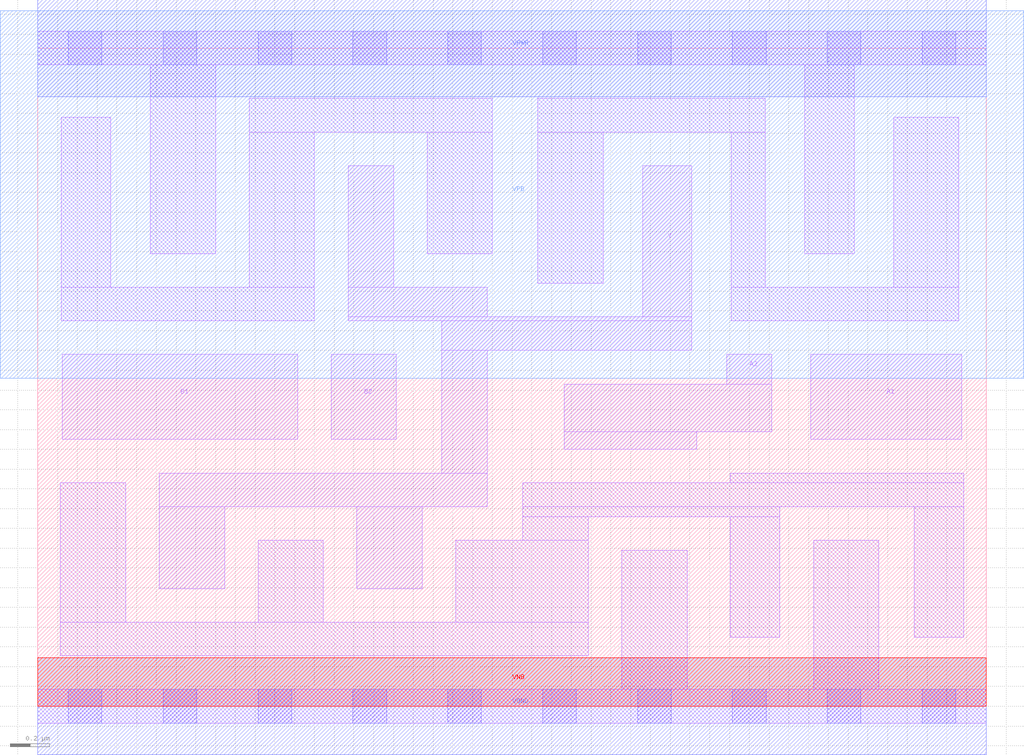
<source format=lef>
# Copyright 2020 The SkyWater PDK Authors
#
# Licensed under the Apache License, Version 2.0 (the "License");
# you may not use this file except in compliance with the License.
# You may obtain a copy of the License at
#
#     https://www.apache.org/licenses/LICENSE-2.0
#
# Unless required by applicable law or agreed to in writing, software
# distributed under the License is distributed on an "AS IS" BASIS,
# WITHOUT WARRANTIES OR CONDITIONS OF ANY KIND, either express or implied.
# See the License for the specific language governing permissions and
# limitations under the License.
#
# SPDX-License-Identifier: Apache-2.0

VERSION 5.7 ;
  NOWIREEXTENSIONATPIN ON ;
  DIVIDERCHAR "/" ;
  BUSBITCHARS "[]" ;
MACRO sky130_fd_sc_ls__o22ai_2
  CLASS CORE ;
  FOREIGN sky130_fd_sc_ls__o22ai_2 ;
  ORIGIN  0.000000  0.000000 ;
  SIZE  4.800000 BY  3.330000 ;
  SYMMETRY X Y ;
  SITE unit ;
  PIN A1
    ANTENNAGATEAREA  0.558000 ;
    DIRECTION INPUT ;
    USE SIGNAL ;
    PORT
      LAYER li1 ;
        RECT 3.910000 1.350000 4.675000 1.780000 ;
    END
  END A1
  PIN A2
    ANTENNAGATEAREA  0.558000 ;
    DIRECTION INPUT ;
    USE SIGNAL ;
    PORT
      LAYER li1 ;
        RECT 2.665000 1.300000 3.335000 1.390000 ;
        RECT 2.665000 1.390000 3.715000 1.630000 ;
        RECT 3.485000 1.630000 3.715000 1.780000 ;
    END
  END A2
  PIN B1
    ANTENNAGATEAREA  0.558000 ;
    DIRECTION INPUT ;
    USE SIGNAL ;
    PORT
      LAYER li1 ;
        RECT 0.125000 1.350000 1.315000 1.780000 ;
    END
  END B1
  PIN B2
    ANTENNAGATEAREA  0.558000 ;
    DIRECTION INPUT ;
    USE SIGNAL ;
    PORT
      LAYER li1 ;
        RECT 1.485000 1.350000 1.815000 1.780000 ;
    END
  END B2
  PIN Y
    ANTENNADIFFAREA  1.212200 ;
    DIRECTION OUTPUT ;
    USE SIGNAL ;
    PORT
      LAYER li1 ;
        RECT 0.615000 0.595000 0.945000 1.010000 ;
        RECT 0.615000 1.010000 2.275000 1.180000 ;
        RECT 1.570000 1.950000 3.310000 1.970000 ;
        RECT 1.570000 1.970000 2.275000 2.120000 ;
        RECT 1.570000 2.120000 1.800000 2.735000 ;
        RECT 1.615000 0.595000 1.945000 1.010000 ;
        RECT 2.045000 1.180000 2.275000 1.800000 ;
        RECT 2.045000 1.800000 3.310000 1.950000 ;
        RECT 3.060000 1.970000 3.310000 2.735000 ;
    END
  END Y
  PIN VGND
    DIRECTION INOUT ;
    SHAPE ABUTMENT ;
    USE GROUND ;
    PORT
      LAYER met1 ;
        RECT 0.000000 -0.245000 4.800000 0.245000 ;
    END
  END VGND
  PIN VNB
    DIRECTION INOUT ;
    USE GROUND ;
    PORT
      LAYER pwell ;
        RECT 0.000000 0.000000 4.800000 0.245000 ;
    END
  END VNB
  PIN VPB
    DIRECTION INOUT ;
    USE POWER ;
    PORT
      LAYER nwell ;
        RECT -0.190000 1.660000 4.990000 3.520000 ;
    END
  END VPB
  PIN VPWR
    DIRECTION INOUT ;
    SHAPE ABUTMENT ;
    USE POWER ;
    PORT
      LAYER met1 ;
        RECT 0.000000 3.085000 4.800000 3.575000 ;
    END
  END VPWR
  OBS
    LAYER li1 ;
      RECT 0.000000 -0.085000 4.800000 0.085000 ;
      RECT 0.000000  3.245000 4.800000 3.415000 ;
      RECT 0.115000  0.255000 2.785000 0.425000 ;
      RECT 0.115000  0.425000 0.445000 1.130000 ;
      RECT 0.120000  1.950000 1.400000 2.120000 ;
      RECT 0.120000  2.120000 0.370000 2.980000 ;
      RECT 0.570000  2.290000 0.900000 3.245000 ;
      RECT 1.070000  2.120000 1.400000 2.905000 ;
      RECT 1.070000  2.905000 2.300000 3.075000 ;
      RECT 1.115000  0.425000 1.445000 0.840000 ;
      RECT 1.970000  2.290000 2.300000 2.905000 ;
      RECT 2.115000  0.425000 2.785000 0.840000 ;
      RECT 2.455000  0.840000 2.785000 0.960000 ;
      RECT 2.455000  0.960000 3.755000 1.010000 ;
      RECT 2.455000  1.010000 4.685000 1.130000 ;
      RECT 2.530000  2.140000 2.860000 2.905000 ;
      RECT 2.530000  2.905000 3.680000 3.075000 ;
      RECT 2.955000  0.085000 3.285000 0.790000 ;
      RECT 3.505000  0.350000 3.755000 0.960000 ;
      RECT 3.505000  1.130000 4.685000 1.180000 ;
      RECT 3.510000  1.950000 4.660000 2.120000 ;
      RECT 3.510000  2.120000 3.680000 2.905000 ;
      RECT 3.880000  2.290000 4.130000 3.245000 ;
      RECT 3.925000  0.085000 4.255000 0.840000 ;
      RECT 4.330000  2.120000 4.660000 2.980000 ;
      RECT 4.435000  0.350000 4.685000 1.010000 ;
    LAYER mcon ;
      RECT 0.155000 -0.085000 0.325000 0.085000 ;
      RECT 0.155000  3.245000 0.325000 3.415000 ;
      RECT 0.635000 -0.085000 0.805000 0.085000 ;
      RECT 0.635000  3.245000 0.805000 3.415000 ;
      RECT 1.115000 -0.085000 1.285000 0.085000 ;
      RECT 1.115000  3.245000 1.285000 3.415000 ;
      RECT 1.595000 -0.085000 1.765000 0.085000 ;
      RECT 1.595000  3.245000 1.765000 3.415000 ;
      RECT 2.075000 -0.085000 2.245000 0.085000 ;
      RECT 2.075000  3.245000 2.245000 3.415000 ;
      RECT 2.555000 -0.085000 2.725000 0.085000 ;
      RECT 2.555000  3.245000 2.725000 3.415000 ;
      RECT 3.035000 -0.085000 3.205000 0.085000 ;
      RECT 3.035000  3.245000 3.205000 3.415000 ;
      RECT 3.515000 -0.085000 3.685000 0.085000 ;
      RECT 3.515000  3.245000 3.685000 3.415000 ;
      RECT 3.995000 -0.085000 4.165000 0.085000 ;
      RECT 3.995000  3.245000 4.165000 3.415000 ;
      RECT 4.475000 -0.085000 4.645000 0.085000 ;
      RECT 4.475000  3.245000 4.645000 3.415000 ;
  END
END sky130_fd_sc_ls__o22ai_2
END LIBRARY

</source>
